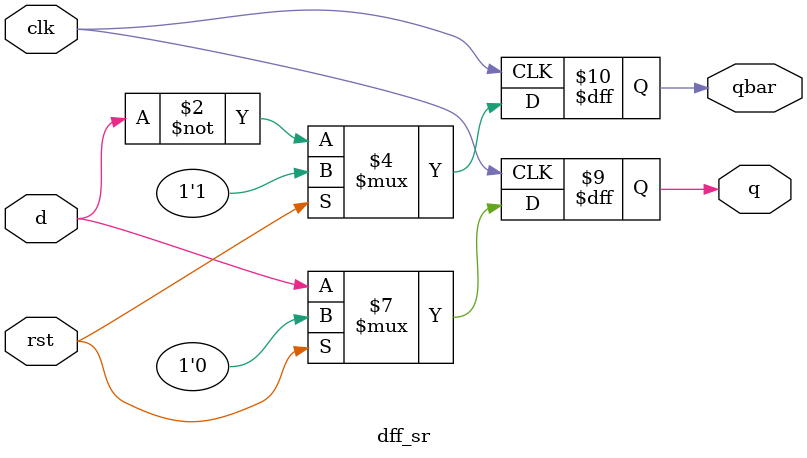
<source format=v>
module dff_sr(input d, input clk, input rst, output reg q, output reg qbar);
always@(posedge clk)
begin
if (rst)
begin q<=0; qbar<=1; end
else
begin q<=d; qbar<=~d; end

end
endmodule
/*
module dff_sr_tb();
reg d,clk,rst; wire q,qbar;
dff_sr u1(.d(d), .clk(clk), .rst(rst), .q(q), .qbar(qbar));

initial begin
	$dumpfile("dffsr.vcd");
	$dumpvars(-1, u1);
end

always begin 
#10 clk = ~clk;
// test cases
#20 d<= $random;
end
initial begin
clk <= 0; d
<= 1;
rst <= 0;
#5 rst <= 1;
#15 rst <=0;
#15 d <= 0; 
#10 $finish;
end

endmodule
*/
</source>
